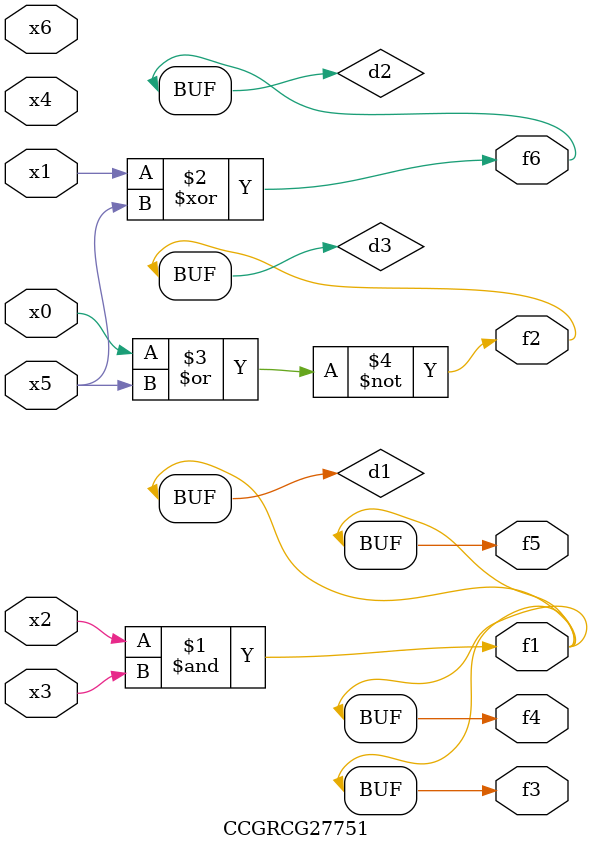
<source format=v>
module CCGRCG27751(
	input x0, x1, x2, x3, x4, x5, x6,
	output f1, f2, f3, f4, f5, f6
);

	wire d1, d2, d3;

	and (d1, x2, x3);
	xor (d2, x1, x5);
	nor (d3, x0, x5);
	assign f1 = d1;
	assign f2 = d3;
	assign f3 = d1;
	assign f4 = d1;
	assign f5 = d1;
	assign f6 = d2;
endmodule

</source>
